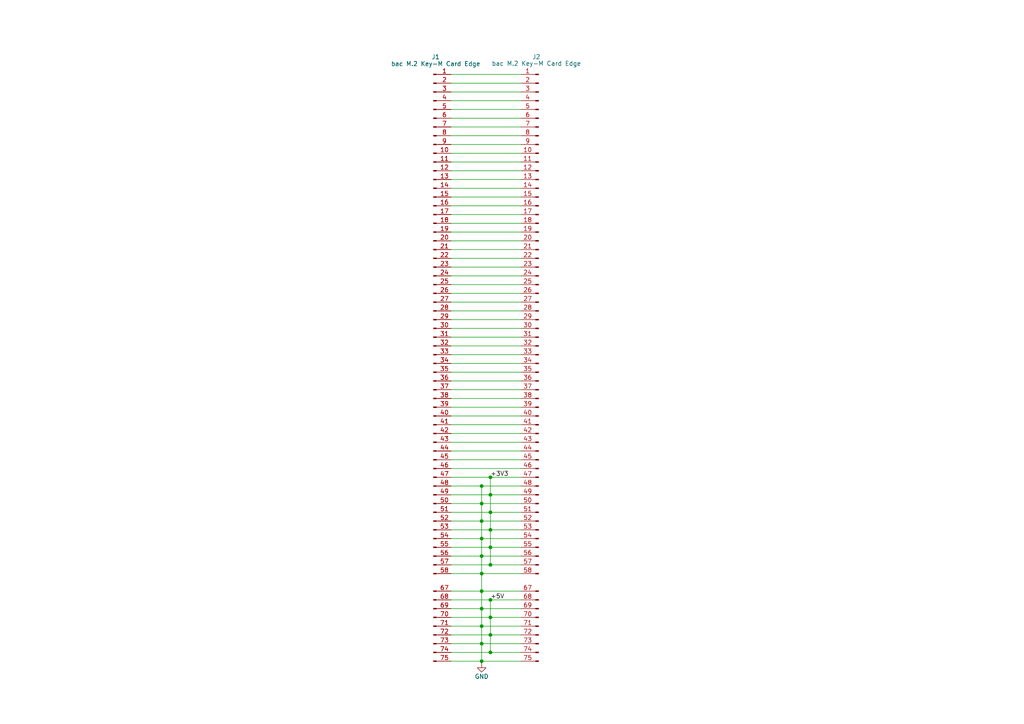
<source format=kicad_sch>
(kicad_sch (version 20231120) (generator "eeschema") (generator_version "8.0")
  (paper "A4")
  (title_block (title "bac bacBus Interconnect v1") (date "2025-03-19") (rev "2") (company "Build a CubeSat") (comment 1 "Manuel Imboden") (comment 2 "CC BY-SA 4.0") (comment 3 "https://buildacubesat.space"))
  (lib_symbols
    (symbol "bac EPS v1:bac M.2 Key-M Card" (pin_names (offset 1.016) hide)
      (property "Reference" "J" (at 0 76.2 0))
      (property "Value" "bac M.2 Key-M Card" (at -0.254 -100.33 0))
      (symbol "bac M.2 Key-M Card_1_1"
        (polyline (pts (xy 1.27 -96.52) (xy 0.8636 -96.52)) (stroke (width 0.1524)))
        (polyline (pts (xy 1.27 -93.98) (xy 0.8636 -93.98)) (stroke (width 0.1524)))
        (polyline (pts (xy 1.27 -91.44) (xy 0.8636 -91.44)) (stroke (width 0.1524)))
        (polyline (pts (xy 1.27 -88.9) (xy 0.8636 -88.9)) (stroke (width 0.1524)))
        (polyline (pts (xy 1.27 -86.36) (xy 0.8636 -86.36)) (stroke (width 0.1524)))
        (polyline (pts (xy 1.27 -83.82) (xy 0.8636 -83.82)) (stroke (width 0.1524)))
        (polyline (pts (xy 1.27 -81.28) (xy 0.8636 -81.28)) (stroke (width 0.1524)))
        (polyline (pts (xy 1.27 -78.74) (xy 0.8636 -78.74)) (stroke (width 0.1524)))
        (polyline (pts (xy 1.27 -76.2) (xy 0.8636 -76.2)) (stroke (width 0.1524)))
        (polyline (pts (xy 1.27 -71.12) (xy 0.8636 -71.12)) (stroke (width 0.1524)))
        (polyline (pts (xy 1.27 -68.58) (xy 0.8636 -68.58)) (stroke (width 0.1524)))
        (polyline (pts (xy 1.27 -66.04) (xy 0.8636 -66.04)) (stroke (width 0.1524)))
        (polyline (pts (xy 1.27 -63.5) (xy 0.8636 -63.5)) (stroke (width 0.1524)))
        (polyline (pts (xy 1.27 -60.96) (xy 0.8636 -60.96)) (stroke (width 0.1524)))
        (polyline (pts (xy 1.27 -58.42) (xy 0.8636 -58.42)) (stroke (width 0.1524)))
        (polyline (pts (xy 1.27 -55.88) (xy 0.8636 -55.88)) (stroke (width 0.1524)))
        (polyline (pts (xy 1.27 -53.34) (xy 0.8636 -53.34)) (stroke (width 0.1524)))
        (polyline (pts (xy 1.27 -50.8) (xy 0.8636 -50.8)) (stroke (width 0.1524)))
        (polyline (pts (xy 1.27 -48.26) (xy 0.8636 -48.26)) (stroke (width 0.1524)))
        (polyline (pts (xy 1.27 -45.72) (xy 0.8636 -45.72)) (stroke (width 0.1524)))
        (polyline (pts (xy 1.27 -43.18) (xy 0.8636 -43.18)) (stroke (width 0.1524)))
        (polyline (pts (xy 1.27 -40.64) (xy 0.8636 -40.64)) (stroke (width 0.1524)))
        (polyline (pts (xy 1.27 -38.1) (xy 0.8636 -38.1)) (stroke (width 0.1524)))
        (polyline (pts (xy 1.27 -35.56) (xy 0.8636 -35.56)) (stroke (width 0.1524)))
        (polyline (pts (xy 1.27 -33.02) (xy 0.8636 -33.02)) (stroke (width 0.1524)))
        (polyline (pts (xy 1.27 -30.48) (xy 0.8636 -30.48)) (stroke (width 0.1524)))
        (polyline (pts (xy 1.27 -27.94) (xy 0.8636 -27.94)) (stroke (width 0.1524)))
        (polyline (pts (xy 1.27 -25.4) (xy 0.8636 -25.4)) (stroke (width 0.1524)))
        (polyline (pts (xy 1.27 -22.86) (xy 0.8636 -22.86)) (stroke (width 0.1524)))
        (polyline (pts (xy 1.27 -20.32) (xy 0.8636 -20.32)) (stroke (width 0.1524)))
        (polyline (pts (xy 1.27 -17.78) (xy 0.8636 -17.78)) (stroke (width 0.1524)))
        (polyline (pts (xy 1.27 -15.24) (xy 0.8636 -15.24)) (stroke (width 0.1524)))
        (polyline (pts (xy 1.27 -12.7) (xy 0.8636 -12.7)) (stroke (width 0.1524)))
        (polyline (pts (xy 1.27 -10.16) (xy 0.8636 -10.16)) (stroke (width 0.1524)))
        (polyline (pts (xy 1.27 -7.62) (xy 0.8636 -7.62)) (stroke (width 0.1524)))
        (polyline (pts (xy 1.27 -5.08) (xy 0.8636 -5.08)) (stroke (width 0.1524)))
        (polyline (pts (xy 1.27 -2.54) (xy 0.8636 -2.54)) (stroke (width 0.1524)))
        (polyline (pts (xy 1.27 0) (xy 0.8636 0)) (stroke (width 0.1524)))
        (polyline (pts (xy 1.27 2.54) (xy 0.8636 2.54)) (stroke (width 0.1524)))
        (polyline (pts (xy 1.27 5.08) (xy 0.8636 5.08)) (stroke (width 0.1524)))
        (polyline (pts (xy 1.27 7.62) (xy 0.8636 7.62)) (stroke (width 0.1524)))
        (polyline (pts (xy 1.27 10.16) (xy 0.8636 10.16)) (stroke (width 0.1524)))
        (polyline (pts (xy 1.27 12.7) (xy 0.8636 12.7)) (stroke (width 0.1524)))
        (polyline (pts (xy 1.27 15.24) (xy 0.8636 15.24)) (stroke (width 0.1524)))
        (polyline (pts (xy 1.27 17.78) (xy 0.8636 17.78)) (stroke (width 0.1524)))
        (polyline (pts (xy 1.27 20.32) (xy 0.8636 20.32)) (stroke (width 0.1524)))
        (polyline (pts (xy 1.27 22.86) (xy 0.8636 22.86)) (stroke (width 0.1524)))
        (polyline (pts (xy 1.27 25.4) (xy 0.8636 25.4)) (stroke (width 0.1524)))
        (polyline (pts (xy 1.27 27.94) (xy 0.8636 27.94)) (stroke (width 0.1524)))
        (polyline (pts (xy 1.27 30.48) (xy 0.8636 30.48)) (stroke (width 0.1524)))
        (polyline (pts (xy 1.27 33.02) (xy 0.8636 33.02)) (stroke (width 0.1524)))
        (polyline (pts (xy 1.27 35.56) (xy 0.8636 35.56)) (stroke (width 0.1524)))
        (polyline (pts (xy 1.27 38.1) (xy 0.8636 38.1)) (stroke (width 0.1524)))
        (polyline (pts (xy 1.27 40.64) (xy 0.8636 40.64)) (stroke (width 0.1524)))
        (polyline (pts (xy 1.27 43.18) (xy 0.8636 43.18)) (stroke (width 0.1524)))
        (polyline (pts (xy 1.27 45.72) (xy 0.8636 45.72)) (stroke (width 0.1524)))
        (polyline (pts (xy 1.27 48.26) (xy 0.8636 48.26)) (stroke (width 0.1524)))
        (polyline (pts (xy 1.27 50.8) (xy 0.8636 50.8)) (stroke (width 0.1524)))
        (polyline (pts (xy 1.27 53.34) (xy 0.8636 53.34)) (stroke (width 0.1524)))
        (polyline (pts (xy 1.27 55.88) (xy 0.8636 55.88)) (stroke (width 0.1524)))
        (polyline (pts (xy 1.27 58.42) (xy 0.8636 58.42)) (stroke (width 0.1524)))
        (polyline (pts (xy 1.27 60.96) (xy 0.8636 60.96)) (stroke (width 0.1524)))
        (polyline (pts (xy 1.27 63.5) (xy 0.8636 63.5)) (stroke (width 0.1524)))
        (polyline (pts (xy 1.27 66.04) (xy 0.8636 66.04)) (stroke (width 0.1524)))
        (polyline (pts (xy 1.27 68.58) (xy 0.8636 68.58)) (stroke (width 0.1524)))
        (polyline (pts (xy 1.27 71.12) (xy 0.8636 71.12)) (stroke (width 0.1524)))
        (polyline (pts (xy 1.27 73.66) (xy 0.8636 73.66)) (stroke (width 0.1524)))
        (rectangle (start 0.8636 -96.393) (end 0 -96.647) (stroke (width 0.1524)) (fill (type outline)))
        (rectangle (start 0.8636 -93.853) (end 0 -94.107) (stroke (width 0.1524)) (fill (type outline)))
        (rectangle (start 0.8636 -91.313) (end 0 -91.567) (stroke (width 0.1524)) (fill (type outline)))
        (rectangle (start 0.8636 -88.773) (end 0 -89.027) (stroke (width 0.1524)) (fill (type outline)))
        (rectangle (start 0.8636 -86.233) (end 0 -86.487) (stroke (width 0.1524)) (fill (type outline)))
        (rectangle (start 0.8636 -83.693) (end 0 -83.947) (stroke (width 0.1524)) (fill (type outline)))
        (rectangle (start 0.8636 -81.153) (end 0 -81.407) (stroke (width 0.1524)) (fill (type outline)))
        (rectangle (start 0.8636 -78.613) (end 0 -78.867) (stroke (width 0.1524)) (fill (type outline)))
        (rectangle (start 0.8636 -76.073) (end 0 -76.327) (stroke (width 0.1524)) (fill (type outline)))
        (rectangle (start 0.8636 -70.993) (end 0 -71.247) (stroke (width 0.1524)) (fill (type outline)))
        (rectangle (start 0.8636 -68.453) (end 0 -68.707) (stroke (width 0.1524)) (fill (type outline)))
        (rectangle (start 0.8636 -65.913) (end 0 -66.167) (stroke (width 0.1524)) (fill (type outline)))
        (rectangle (start 0.8636 -63.373) (end 0 -63.627) (stroke (width 0.1524)) (fill (type outline)))
        (rectangle (start 0.8636 -60.833) (end 0 -61.087) (stroke (width 0.1524)) (fill (type outline)))
        (rectangle (start 0.8636 -58.293) (end 0 -58.547) (stroke (width 0.1524)) (fill (type outline)))
        (rectangle (start 0.8636 -55.753) (end 0 -56.007) (stroke (width 0.1524)) (fill (type outline)))
        (rectangle (start 0.8636 -53.213) (end 0 -53.467) (stroke (width 0.1524)) (fill (type outline)))
        (rectangle (start 0.8636 -50.673) (end 0 -50.927) (stroke (width 0.1524)) (fill (type outline)))
        (rectangle (start 0.8636 -48.133) (end 0 -48.387) (stroke (width 0.1524)) (fill (type outline)))
        (rectangle (start 0.8636 -45.593) (end 0 -45.847) (stroke (width 0.1524)) (fill (type outline)))
        (rectangle (start 0.8636 -43.053) (end 0 -43.307) (stroke (width 0.1524)) (fill (type outline)))
        (rectangle (start 0.8636 -40.513) (end 0 -40.767) (stroke (width 0.1524)) (fill (type outline)))
        (rectangle (start 0.8636 -37.973) (end 0 -38.227) (stroke (width 0.1524)) (fill (type outline)))
        (rectangle (start 0.8636 -35.433) (end 0 -35.687) (stroke (width 0.1524)) (fill (type outline)))
        (rectangle (start 0.8636 -32.893) (end 0 -33.147) (stroke (width 0.1524)) (fill (type outline)))
        (rectangle (start 0.8636 -30.353) (end 0 -30.607) (stroke (width 0.1524)) (fill (type outline)))
        (rectangle (start 0.8636 -27.813) (end 0 -28.067) (stroke (width 0.1524)) (fill (type outline)))
        (rectangle (start 0.8636 -25.273) (end 0 -25.527) (stroke (width 0.1524)) (fill (type outline)))
        (rectangle (start 0.8636 -22.733) (end 0 -22.987) (stroke (width 0.1524)) (fill (type outline)))
        (rectangle (start 0.8636 -20.193) (end 0 -20.447) (stroke (width 0.1524)) (fill (type outline)))
        (rectangle (start 0.8636 -17.653) (end 0 -17.907) (stroke (width 0.1524)) (fill (type outline)))
        (rectangle (start 0.8636 -15.113) (end 0 -15.367) (stroke (width 0.1524)) (fill (type outline)))
        (rectangle (start 0.8636 -12.573) (end 0 -12.827) (stroke (width 0.1524)) (fill (type outline)))
        (rectangle (start 0.8636 -10.033) (end 0 -10.287) (stroke (width 0.1524)) (fill (type outline)))
        (rectangle (start 0.8636 -7.493) (end 0 -7.747) (stroke (width 0.1524)) (fill (type outline)))
        (rectangle (start 0.8636 -4.953) (end 0 -5.207) (stroke (width 0.1524)) (fill (type outline)))
        (rectangle (start 0.8636 -2.413) (end 0 -2.667) (stroke (width 0.1524)) (fill (type outline)))
        (rectangle (start 0.8636 0.127) (end 0 -0.127) (stroke (width 0.1524)) (fill (type outline)))
        (rectangle (start 0.8636 2.667) (end 0 2.413) (stroke (width 0.1524)) (fill (type outline)))
        (rectangle (start 0.8636 5.207) (end 0 4.953) (stroke (width 0.1524)) (fill (type outline)))
        (rectangle (start 0.8636 7.747) (end 0 7.493) (stroke (width 0.1524)) (fill (type outline)))
        (rectangle (start 0.8636 10.287) (end 0 10.033) (stroke (width 0.1524)) (fill (type outline)))
        (rectangle (start 0.8636 12.827) (end 0 12.573) (stroke (width 0.1524)) (fill (type outline)))
        (rectangle (start 0.8636 15.367) (end 0 15.113) (stroke (width 0.1524)) (fill (type outline)))
        (rectangle (start 0.8636 17.907) (end 0 17.653) (stroke (width 0.1524)) (fill (type outline)))
        (rectangle (start 0.8636 20.447) (end 0 20.193) (stroke (width 0.1524)) (fill (type outline)))
        (rectangle (start 0.8636 22.987) (end 0 22.733) (stroke (width 0.1524)) (fill (type outline)))
        (rectangle (start 0.8636 25.527) (end 0 25.273) (stroke (width 0.1524)) (fill (type outline)))
        (rectangle (start 0.8636 28.067) (end 0 27.813) (stroke (width 0.1524)) (fill (type outline)))
        (rectangle (start 0.8636 30.607) (end 0 30.353) (stroke (width 0.1524)) (fill (type outline)))
        (rectangle (start 0.8636 33.147) (end 0 32.893) (stroke (width 0.1524)) (fill (type outline)))
        (rectangle (start 0.8636 35.687) (end 0 35.433) (stroke (width 0.1524)) (fill (type outline)))
        (rectangle (start 0.8636 38.227) (end 0 37.973) (stroke (width 0.1524)) (fill (type outline)))
        (rectangle (start 0.8636 40.767) (end 0 40.513) (stroke (width 0.1524)) (fill (type outline)))
        (rectangle (start 0.8636 43.307) (end 0 43.053) (stroke (width 0.1524)) (fill (type outline)))
        (rectangle (start 0.8636 45.847) (end 0 45.593) (stroke (width 0.1524)) (fill (type outline)))
        (rectangle (start 0.8636 48.387) (end 0 48.133) (stroke (width 0.1524)) (fill (type outline)))
        (rectangle (start 0.8636 50.927) (end 0 50.673) (stroke (width 0.1524)) (fill (type outline)))
        (rectangle (start 0.8636 53.467) (end 0 53.213) (stroke (width 0.1524)) (fill (type outline)))
        (rectangle (start 0.8636 56.007) (end 0 55.753) (stroke (width 0.1524)) (fill (type outline)))
        (rectangle (start 0.8636 58.547) (end 0 58.293) (stroke (width 0.1524)) (fill (type outline)))
        (rectangle (start 0.8636 61.087) (end 0 60.833) (stroke (width 0.1524)) (fill (type outline)))
        (rectangle (start 0.8636 63.627) (end 0 63.373) (stroke (width 0.1524)) (fill (type outline)))
        (rectangle (start 0.8636 66.167) (end 0 65.913) (stroke (width 0.1524)) (fill (type outline)))
        (rectangle (start 0.8636 68.707) (end 0 68.453) (stroke (width 0.1524)) (fill (type outline)))
        (rectangle (start 0.8636 71.247) (end 0 70.993) (stroke (width 0.1524)) (fill (type outline)))
        (rectangle (start 0.8636 73.787) (end 0 73.533) (stroke (width 0.1524)) (fill (type outline)))
        (pin passive line (at 5.08 73.66 180) (length 3.81) (name "Pin_1") (number "1"))
        (pin passive line (at 5.08 50.8 180) (length 3.81) (name "Pin_10") (number "10"))
        (pin passive line (at 5.08 48.26 180) (length 3.81) (name "Pin_11") (number "11"))
        (pin passive line (at 5.08 45.72 180) (length 3.81) (name "Pin_12") (number "12"))
        (pin passive line (at 5.08 43.18 180) (length 3.81) (name "Pin_13") (number "13"))
        (pin passive line (at 5.08 40.64 180) (length 3.81) (name "Pin_14") (number "14"))
        (pin passive line (at 5.08 38.1 180) (length 3.81) (name "Pin_15") (number "15"))
        (pin passive line (at 5.08 35.56 180) (length 3.81) (name "Pin_16") (number "16"))
        (pin passive line (at 5.08 33.02 180) (length 3.81) (name "Pin_17") (number "17"))
        (pin passive line (at 5.08 30.48 180) (length 3.81) (name "Pin_18") (number "18"))
        (pin passive line (at 5.08 27.94 180) (length 3.81) (name "Pin_19") (number "19"))
        (pin passive line (at 5.08 71.12 180) (length 3.81) (name "Pin_2") (number "2"))
        (pin passive line (at 5.08 25.4 180) (length 3.81) (name "Pin_20") (number "20"))
        (pin passive line (at 5.08 22.86 180) (length 3.81) (name "Pin_21") (number "21"))
        (pin passive line (at 5.08 20.32 180) (length 3.81) (name "Pin_22") (number "22"))
        (pin passive line (at 5.08 17.78 180) (length 3.81) (name "Pin_23") (number "23"))
        (pin passive line (at 5.08 15.24 180) (length 3.81) (name "Pin_24") (number "24"))
        (pin passive line (at 5.08 12.7 180) (length 3.81) (name "Pin_25") (number "25"))
        (pin passive line (at 5.08 10.16 180) (length 3.81) (name "Pin_26") (number "26"))
        (pin passive line (at 5.08 7.62 180) (length 3.81) (name "Pin_27") (number "27"))
        (pin passive line (at 5.08 5.08 180) (length 3.81) (name "Pin_28") (number "28"))
        (pin passive line (at 5.08 2.54 180) (length 3.81) (name "Pin_29") (number "29"))
        (pin passive line (at 5.08 68.58 180) (length 3.81) (name "Pin_3") (number "3"))
        (pin passive line (at 5.08 0 180) (length 3.81) (name "Pin_30") (number "30"))
        (pin passive line (at 5.08 -2.54 180) (length 3.81) (name "Pin_31") (number "31"))
        (pin passive line (at 5.08 -5.08 180) (length 3.81) (name "Pin_32") (number "32"))
        (pin passive line (at 5.08 -7.62 180) (length 3.81) (name "Pin_33") (number "33"))
        (pin passive line (at 5.08 -10.16 180) (length 3.81) (name "Pin_34") (number "34"))
        (pin passive line (at 5.08 -12.7 180) (length 3.81) (name "Pin_35") (number "35"))
        (pin passive line (at 5.08 -15.24 180) (length 3.81) (name "Pin_36") (number "36"))
        (pin passive line (at 5.08 -17.78 180) (length 3.81) (name "Pin_37") (number "37"))
        (pin passive line (at 5.08 -20.32 180) (length 3.81) (name "Pin_38") (number "38"))
        (pin passive line (at 5.08 -22.86 180) (length 3.81) (name "Pin_39") (number "39"))
        (pin passive line (at 5.08 66.04 180) (length 3.81) (name "Pin_4") (number "4"))
        (pin passive line (at 5.08 -25.4 180) (length 3.81) (name "Pin_40") (number "40"))
        (pin passive line (at 5.08 -27.94 180) (length 3.81) (name "Pin_41") (number "41"))
        (pin passive line (at 5.08 -30.48 180) (length 3.81) (name "Pin_42") (number "42"))
        (pin passive line (at 5.08 -33.02 180) (length 3.81) (name "Pin_43") (number "43"))
        (pin passive line (at 5.08 -35.56 180) (length 3.81) (name "Pin_44") (number "44"))
        (pin passive line (at 5.08 -38.1 180) (length 3.81) (name "Pin_45") (number "45"))
        (pin passive line (at 5.08 -40.64 180) (length 3.81) (name "Pin_46") (number "46"))
        (pin passive line (at 5.08 -43.18 180) (length 3.81) (name "Pin_47") (number "47"))
        (pin passive line (at 5.08 -45.72 180) (length 3.81) (name "Pin_48") (number "48"))
        (pin passive line (at 5.08 -48.26 180) (length 3.81) (name "Pin_49") (number "49"))
        (pin passive line (at 5.08 63.5 180) (length 3.81) (name "Pin_5") (number "5"))
        (pin passive line (at 5.08 -50.8 180) (length 3.81) (name "Pin_50") (number "50"))
        (pin passive line (at 5.08 -53.34 180) (length 3.81) (name "Pin_51") (number "51"))
        (pin passive line (at 5.08 -55.88 180) (length 3.81) (name "Pin_52") (number "52"))
        (pin passive line (at 5.08 -58.42 180) (length 3.81) (name "Pin_53") (number "53"))
        (pin passive line (at 5.08 -60.96 180) (length 3.81) (name "Pin_54") (number "54"))
        (pin passive line (at 5.08 -63.5 180) (length 3.81) (name "Pin_55") (number "55"))
        (pin passive line (at 5.08 -66.04 180) (length 3.81) (name "Pin_56") (number "56"))
        (pin passive line (at 5.08 -68.58 180) (length 3.81) (name "Pin_57") (number "57"))
        (pin passive line (at 5.08 -71.12 180) (length 3.81) (name "Pin_58") (number "58"))
        (pin passive line (at 5.08 60.96 180) (length 3.81) (name "Pin_6") (number "6"))
        (pin passive line (at 5.08 -76.2 180) (length 3.81) (name "Pin_67") (number "67"))
        (pin passive line (at 5.08 -78.74 180) (length 3.81) (name "Pin_68") (number "68"))
        (pin passive line (at 5.08 -81.28 180) (length 3.81) (name "Pin_69") (number "69"))
        (pin passive line (at 5.08 58.42 180) (length 3.81) (name "Pin_7") (number "7"))
        (pin passive line (at 5.08 -83.82 180) (length 3.81) (name "Pin_70") (number "70"))
        (pin passive line (at 5.08 -86.36 180) (length 3.81) (name "Pin_71") (number "71"))
        (pin passive line (at 5.08 -88.9 180) (length 3.81) (name "Pin_72") (number "72"))
        (pin passive line (at 5.08 -91.44 180) (length 3.81) (name "Pin_73") (number "73"))
        (pin passive line (at 5.08 -93.98 180) (length 3.81) (name "Pin_74") (number "74"))
        (pin passive line (at 5.08 -96.52 180) (length 3.81) (name "Pin_75") (number "75"))
        (pin passive line (at 5.08 55.88 180) (length 3.81) (name "Pin_8") (number "8"))
        (pin passive line (at 5.08 53.34 180) (length 3.81) (name "Pin_9") (number "9"))
      )
    )
    (symbol "power:GND" (power) (pin_numbers hide) (pin_names (offset 0) hide)
      (property "Value" "GND" (at 0 -3.81 0))
      (symbol "GND_0_1"
        (polyline (pts (xy 0 0) (xy 0 -1.27) (xy 1.27 -1.27) (xy 0 -2.54) (xy -1.27 -1.27) (xy 0 -1.27)))
      )
      (symbol "GND_1_1"
        (pin power_in line (at 0 0 270) (length 0) (name "~") (number "1"))
      )
    )
  )
  (junction (at 142.24 138.43))
  (junction (at 139.7 156.21))
  (junction (at 139.7 176.53))
  (junction (at 142.24 143.51))
  (junction (at 142.24 148.59))
  (junction (at 139.7 171.45))
  (junction (at 139.7 151.13))
  (junction (at 139.7 191.77))
  (junction (at 139.7 140.97))
  (junction (at 139.7 166.37))
  (junction (at 139.7 161.29))
  (junction (at 142.24 163.83))
  (junction (at 142.24 184.15))
  (junction (at 142.24 189.23))
  (junction (at 139.7 181.61))
  (junction (at 142.24 179.07))
  (junction (at 142.24 158.75))
  (junction (at 139.7 146.05))
  (junction (at 139.7 186.69))
  (junction (at 142.24 153.67))
  (junction (at 142.24 173.99))
  (wire (pts (xy 139.7 161.29) (xy 130.81 161.29)))
  (wire (pts (xy 139.7 161.29) (xy 139.7 166.37)))
  (wire (pts (xy 142.24 138.43) (xy 142.24 143.51)))
  (wire (pts (xy 151.13 64.77) (xy 130.81 64.77)))
  (wire (pts (xy 151.13 181.61) (xy 139.7 181.61)))
  (wire (pts (xy 151.13 31.75) (xy 130.81 31.75)))
  (wire (pts (xy 142.24 189.23) (xy 130.81 189.23)))
  (wire (pts (xy 151.13 97.79) (xy 130.81 97.79)))
  (wire (pts (xy 151.13 46.99) (xy 130.81 46.99)))
  (wire (pts (xy 151.13 173.99) (xy 142.24 173.99)))
  (wire (pts (xy 139.7 186.69) (xy 139.7 191.77)))
  (wire (pts (xy 142.24 179.07) (xy 130.81 179.07)))
  (wire (pts (xy 151.13 85.09) (xy 130.81 85.09)))
  (wire (pts (xy 151.13 153.67) (xy 142.24 153.67)))
  (wire (pts (xy 151.13 44.45) (xy 130.81 44.45)))
  (wire (pts (xy 142.24 184.15) (xy 142.24 189.23)))
  (wire (pts (xy 151.13 87.63) (xy 130.81 87.63)))
  (wire (pts (xy 142.24 173.99) (xy 142.24 179.07)))
  (wire (pts (xy 151.13 135.89) (xy 130.81 135.89)))
  (wire (pts (xy 151.13 24.13) (xy 130.81 24.13)))
  (wire (pts (xy 151.13 151.13) (xy 139.7 151.13)))
  (wire (pts (xy 151.13 115.57) (xy 130.81 115.57)))
  (wire (pts (xy 151.13 69.85) (xy 130.81 69.85)))
  (wire (pts (xy 142.24 153.67) (xy 142.24 158.75)))
  (wire (pts (xy 151.13 110.49) (xy 130.81 110.49)))
  (wire (pts (xy 139.7 176.53) (xy 130.81 176.53)))
  (wire (pts (xy 151.13 179.07) (xy 142.24 179.07)))
  (wire (pts (xy 139.7 156.21) (xy 139.7 161.29)))
  (wire (pts (xy 139.7 186.69) (xy 130.81 186.69)))
  (wire (pts (xy 151.13 39.37) (xy 130.81 39.37)))
  (wire (pts (xy 151.13 36.83) (xy 130.81 36.83)))
  (wire (pts (xy 151.13 186.69) (xy 139.7 186.69)))
  (wire (pts (xy 151.13 128.27) (xy 130.81 128.27)))
  (wire (pts (xy 151.13 52.07) (xy 130.81 52.07)))
  (wire (pts (xy 151.13 161.29) (xy 139.7 161.29)))
  (wire (pts (xy 151.13 107.95) (xy 130.81 107.95)))
  (wire (pts (xy 142.24 143.51) (xy 130.81 143.51)))
  (wire (pts (xy 142.24 143.51) (xy 142.24 148.59)))
  (wire (pts (xy 142.24 148.59) (xy 142.24 153.67)))
  (wire (pts (xy 142.24 148.59) (xy 130.81 148.59)))
  (wire (pts (xy 151.13 166.37) (xy 139.7 166.37)))
  (wire (pts (xy 151.13 29.21) (xy 130.81 29.21)))
  (wire (pts (xy 151.13 143.51) (xy 142.24 143.51)))
  (wire (pts (xy 139.7 156.21) (xy 130.81 156.21)))
  (wire (pts (xy 151.13 123.19) (xy 130.81 123.19)))
  (wire (pts (xy 151.13 176.53) (xy 139.7 176.53)))
  (wire (pts (xy 139.7 166.37) (xy 139.7 171.45)))
  (wire (pts (xy 151.13 189.23) (xy 142.24 189.23)))
  (wire (pts (xy 151.13 113.03) (xy 130.81 113.03)))
  (wire (pts (xy 151.13 133.35) (xy 130.81 133.35)))
  (wire (pts (xy 139.7 181.61) (xy 139.7 186.69)))
  (wire (pts (xy 139.7 151.13) (xy 130.81 151.13)))
  (wire (pts (xy 139.7 151.13) (xy 139.7 156.21)))
  (wire (pts (xy 151.13 92.71) (xy 130.81 92.71)))
  (wire (pts (xy 151.13 163.83) (xy 142.24 163.83)))
  (wire (pts (xy 151.13 80.01) (xy 130.81 80.01)))
  (wire (pts (xy 151.13 54.61) (xy 130.81 54.61)))
  (wire (pts (xy 151.13 77.47) (xy 130.81 77.47)))
  (wire (pts (xy 151.13 74.93) (xy 130.81 74.93)))
  (wire (pts (xy 151.13 90.17) (xy 130.81 90.17)))
  (wire (pts (xy 151.13 102.87) (xy 130.81 102.87)))
  (wire (pts (xy 142.24 179.07) (xy 142.24 184.15)))
  (wire (pts (xy 142.24 138.43) (xy 130.81 138.43)))
  (wire (pts (xy 142.24 158.75) (xy 142.24 163.83)))
  (wire (pts (xy 151.13 156.21) (xy 139.7 156.21)))
  (wire (pts (xy 151.13 171.45) (xy 139.7 171.45)))
  (wire (pts (xy 151.13 125.73) (xy 130.81 125.73)))
  (wire (pts (xy 139.7 140.97) (xy 130.81 140.97)))
  (wire (pts (xy 139.7 166.37) (xy 130.81 166.37)))
  (wire (pts (xy 151.13 105.41) (xy 130.81 105.41)))
  (wire (pts (xy 151.13 67.31) (xy 130.81 67.31)))
  (wire (pts (xy 151.13 138.43) (xy 142.24 138.43)))
  (wire (pts (xy 151.13 41.91) (xy 130.81 41.91)))
  (wire (pts (xy 151.13 120.65) (xy 130.81 120.65)))
  (wire (pts (xy 151.13 95.25) (xy 130.81 95.25)))
  (wire (pts (xy 151.13 184.15) (xy 142.24 184.15)))
  (wire (pts (xy 142.24 163.83) (xy 130.81 163.83)))
  (wire (pts (xy 151.13 57.15) (xy 130.81 57.15)))
  (wire (pts (xy 139.7 191.77) (xy 130.81 191.77)))
  (wire (pts (xy 151.13 146.05) (xy 139.7 146.05)))
  (wire (pts (xy 139.7 176.53) (xy 139.7 181.61)))
  (wire (pts (xy 139.7 140.97) (xy 139.7 146.05)))
  (wire (pts (xy 151.13 59.69) (xy 130.81 59.69)))
  (wire (pts (xy 151.13 21.59) (xy 130.81 21.59)))
  (wire (pts (xy 151.13 49.53) (xy 130.81 49.53)))
  (wire (pts (xy 151.13 62.23) (xy 130.81 62.23)))
  (wire (pts (xy 151.13 130.81) (xy 130.81 130.81)))
  (wire (pts (xy 142.24 184.15) (xy 130.81 184.15)))
  (wire (pts (xy 151.13 34.29) (xy 130.81 34.29)))
  (wire (pts (xy 151.13 148.59) (xy 142.24 148.59)))
  (wire (pts (xy 139.7 146.05) (xy 130.81 146.05)))
  (wire (pts (xy 139.7 146.05) (xy 139.7 151.13)))
  (wire (pts (xy 151.13 72.39) (xy 130.81 72.39)))
  (wire (pts (xy 151.13 191.77) (xy 139.7 191.77)))
  (wire (pts (xy 151.13 140.97) (xy 139.7 140.97)))
  (wire (pts (xy 151.13 26.67) (xy 130.81 26.67)))
  (wire (pts (xy 139.7 191.77) (xy 139.7 192.405)))
  (wire (pts (xy 151.13 118.11) (xy 130.81 118.11)))
  (wire (pts (xy 151.13 82.55) (xy 130.81 82.55)))
  (wire (pts (xy 139.7 171.45) (xy 130.81 171.45)))
  (wire (pts (xy 142.24 158.75) (xy 130.81 158.75)))
  (wire (pts (xy 142.24 173.99) (xy 130.81 173.99)))
  (wire (pts (xy 151.13 158.75) (xy 142.24 158.75)))
  (wire (pts (xy 139.7 171.45) (xy 139.7 176.53)))
  (wire (pts (xy 142.24 153.67) (xy 130.81 153.67)))
  (wire (pts (xy 139.7 181.61) (xy 130.81 181.61)))
  (wire (pts (xy 151.13 100.33) (xy 130.81 100.33)))
  (label "+3V3" (at 142.24 138.43 0))
  (label "+5V" (at 142.24 173.99 0))
  (symbol (lib_id "power:GND") (at 139.7 192.405 0) (unit 1)
    (property "Reference" "#PWR1" (effects (hide yes)))
    (property "Value" "GND" (at 139.7 196.215 0))
    (property "Description" "Power symbol creates a global label with name \"GND\" , ground" (effects (hide yes)))
  )
  (symbol (lib_id "bac EPS v1:bac M.2 Key-M Card") (at 156.21 95.25 0) (mirror y) (unit 1)
    (property "Reference" "J2" (at 155.575 16.51 0))
    (property "Value" "bac M.2 Key-M Card Edge" (at 155.575 18.415 0))
    (property "Footprint" "bac EPS v1:M.2-Key-M-Card-Edge-Zm" (effects (hide yes)))
    (property "Description" "M.2 Card Edge Connector for M-Key" (effects (hide yes)))
  )
  (symbol (lib_id "bac EPS v1:bac M.2 Key-M Card") (at 125.73 95.25 0) (unit 1)
    (property "Reference" "J1" (at 126.365 16.51 0))
    (property "Value" "bac M.2 Key-M Card Edge" (at 126.365 17.78 0) (effects (justify top)))
    (property "Footprint" "bac EPS v1:M.2-Key-M-Card-Edge-Zp" (effects (hide yes)))
    (property "Description" "M.2 Card Edge Connector for M-Key" (effects (hide yes)))
  )
)
</source>
